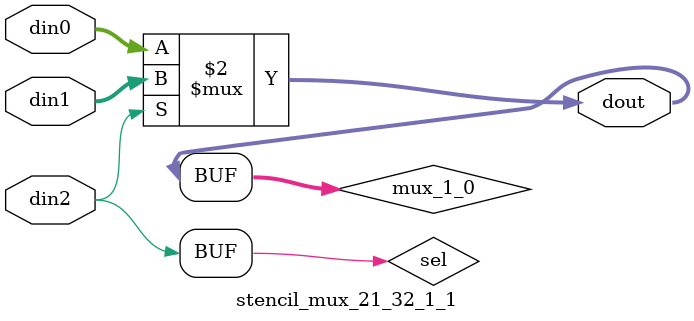
<source format=v>

`timescale 1ns/1ps

module stencil_mux_21_32_1_1 #(
parameter
    ID                = 0,
    NUM_STAGE         = 1,
    din0_WIDTH       = 32,
    din1_WIDTH       = 32,
    din2_WIDTH         = 32,
    dout_WIDTH            = 32
)(
    input  [31 : 0]     din0,
    input  [31 : 0]     din1,
    input  [0 : 0]    din2,
    output [31 : 0]   dout);

// puts internal signals
wire [0 : 0]     sel;
// level 1 signals
wire [31 : 0]         mux_1_0;

assign sel = din2;

// Generate level 1 logic
assign mux_1_0 = (sel[0] == 0)? din0 : din1;

// output logic
assign dout = mux_1_0;

endmodule

</source>
